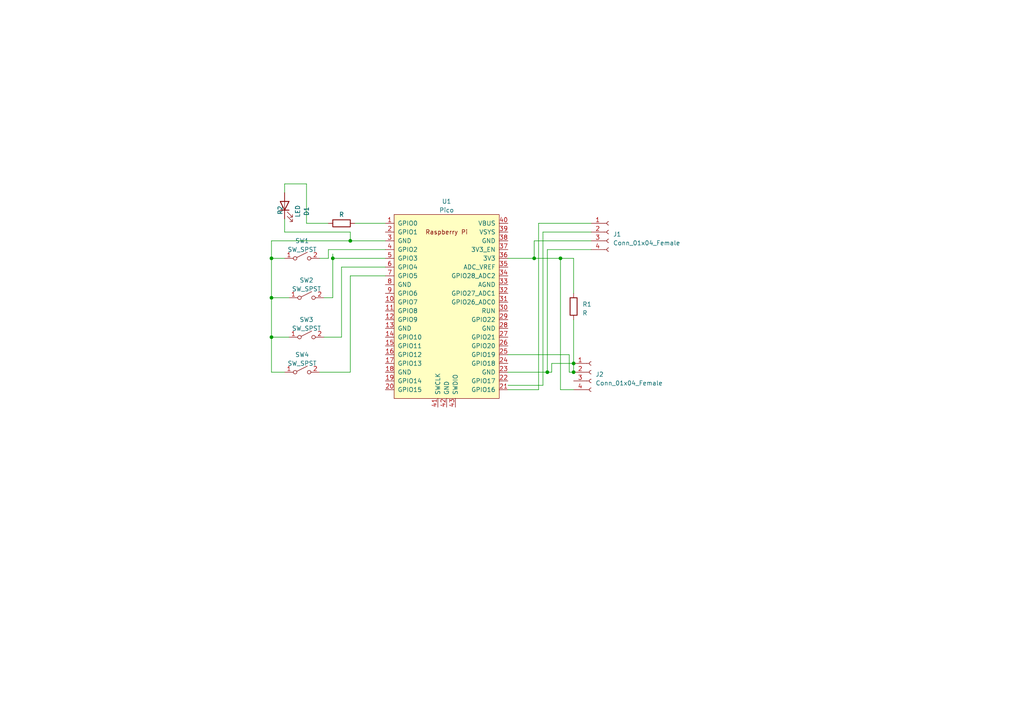
<source format=kicad_sch>
(kicad_sch (version 20220404) (generator eeschema)
  (paper "A4")
  (lib_symbols
    (symbol "Connector:Conn_01x04_Female" (pin_names (offset 1.016) hide)
      (property "Reference" "J" (at 0 5.08 0))
      (property "Value" "Conn_01x04_Female" (at 0 -7.62 0))
      (symbol "Conn_01x04_Female_1_1"
        (arc (start 0 -4.572) (mid -0.508 -5.08) (end 0 -5.588) (stroke (width 0.1524)))
        (arc (start 0 -2.032) (mid -0.508 -2.54) (end 0 -3.048) (stroke (width 0.1524)))
        (polyline (pts (xy -1.27 -5.08) (xy -0.508 -5.08)) (stroke (width 0.1524)))
        (polyline (pts (xy -1.27 -2.54) (xy -0.508 -2.54)) (stroke (width 0.1524)))
        (polyline (pts (xy -1.27 0) (xy -0.508 0)) (stroke (width 0.1524)))
        (polyline (pts (xy -1.27 2.54) (xy -0.508 2.54)) (stroke (width 0.1524)))
        (arc (start 0 0.508) (mid -0.508 0) (end 0 -0.508) (stroke (width 0.1524)))
        (arc (start 0 3.048) (mid -0.508 2.54) (end 0 2.032) (stroke (width 0.1524)))
        (pin passive line (at -5.08 2.54 0) (length 3.81) (name "Pin_1") (number "1"))
        (pin passive line (at -5.08 0 0) (length 3.81) (name "Pin_2") (number "2"))
        (pin passive line (at -5.08 -2.54 0) (length 3.81) (name "Pin_3") (number "3"))
        (pin passive line (at -5.08 -5.08 0) (length 3.81) (name "Pin_4") (number "4"))
      )
    )
    (symbol "Device:LED" (pin_numbers hide) (pin_names (offset 1.016) hide)
      (property "Reference" "D" (at 0 2.54 0))
      (property "Value" "LED" (at 0 -2.54 0))
      (symbol "LED_0_1"
        (polyline (pts (xy -1.27 -1.27) (xy -1.27 1.27)) (stroke (width 0.254)))
        (polyline (pts (xy -1.27 0) (xy 1.27 0)))
        (polyline (pts (xy 1.27 -1.27) (xy 1.27 1.27) (xy -1.27 0) (xy 1.27 -1.27)) (stroke (width 0.254)))
        (polyline (pts (xy -3.048 -0.762) (xy -4.572 -2.286) (xy -3.81 -2.286) (xy -4.572 -2.286) (xy -4.572 -1.524)))
        (polyline (pts (xy -1.778 -0.762) (xy -3.302 -2.286) (xy -2.54 -2.286) (xy -3.302 -2.286) (xy -3.302 -1.524)))
      )
      (symbol "LED_1_1"
        (pin passive line (at -3.81 0 0) (length 2.54) (name "K") (number "1"))
        (pin passive line (at 3.81 0 180) (length 2.54) (name "A") (number "2"))
      )
    )
    (symbol "Device:R" (pin_numbers hide) (pin_names (offset 0))
      (property "Reference" "R" (at 2.032 0 90))
      (property "Value" "R" (at 0 0 90))
      (symbol "R_0_1"
        (rectangle (start -1.016 -2.54) (end 1.016 2.54) (stroke (width 0.254)))
      )
      (symbol "R_1_1"
        (pin passive line (at 0 3.81 270) (length 1.27) (name "~") (number "1"))
        (pin passive line (at 0 -3.81 90) (length 1.27) (name "~") (number "2"))
      )
    )
    (symbol "Raspberr Pi Pico:Pico" (pin_names (offset 1.016))
      (property "Reference" "U" (at -13.97 27.94 0))
      (property "Value" "Pico" (at 0 19.05 0))
      (symbol "Pico_0_0"
        (text "Raspberry Pi" (at 0 21.59 0) (effects (font (size 1.27 1.27))))
      )
      (symbol "Pico_0_1"
        (rectangle (start -15.24 26.67) (end 15.24 -26.67) (fill (type background)))
      )
      (symbol "Pico_1_1"
        (pin bidirectional line (at -17.78 24.13 0) (length 2.54) (name "GPIO0") (number "1"))
        (pin bidirectional line (at -17.78 1.27 0) (length 2.54) (name "GPIO7") (number "10"))
        (pin bidirectional line (at -17.78 -1.27 0) (length 2.54) (name "GPIO8") (number "11"))
        (pin bidirectional line (at -17.78 -3.81 0) (length 2.54) (name "GPIO9") (number "12"))
        (pin power_in line (at -17.78 -6.35 0) (length 2.54) (name "GND") (number "13"))
        (pin bidirectional line (at -17.78 -8.89 0) (length 2.54) (name "GPIO10") (number "14"))
        (pin bidirectional line (at -17.78 -11.43 0) (length 2.54) (name "GPIO11") (number "15"))
        (pin bidirectional line (at -17.78 -13.97 0) (length 2.54) (name "GPIO12") (number "16"))
        (pin bidirectional line (at -17.78 -16.51 0) (length 2.54) (name "GPIO13") (number "17"))
        (pin power_in line (at -17.78 -19.05 0) (length 2.54) (name "GND") (number "18"))
        (pin bidirectional line (at -17.78 -21.59 0) (length 2.54) (name "GPIO14") (number "19"))
        (pin bidirectional line (at -17.78 21.59 0) (length 2.54) (name "GPIO1") (number "2"))
        (pin bidirectional line (at -17.78 -24.13 0) (length 2.54) (name "GPIO15") (number "20"))
        (pin bidirectional line (at 17.78 -24.13 180) (length 2.54) (name "GPIO16") (number "21"))
        (pin bidirectional line (at 17.78 -21.59 180) (length 2.54) (name "GPIO17") (number "22"))
        (pin power_in line (at 17.78 -19.05 180) (length 2.54) (name "GND") (number "23"))
        (pin bidirectional line (at 17.78 -16.51 180) (length 2.54) (name "GPIO18") (number "24"))
        (pin bidirectional line (at 17.78 -13.97 180) (length 2.54) (name "GPIO19") (number "25"))
        (pin bidirectional line (at 17.78 -11.43 180) (length 2.54) (name "GPIO20") (number "26"))
        (pin bidirectional line (at 17.78 -8.89 180) (length 2.54) (name "GPIO21") (number "27"))
        (pin power_in line (at 17.78 -6.35 180) (length 2.54) (name "GND") (number "28"))
        (pin bidirectional line (at 17.78 -3.81 180) (length 2.54) (name "GPIO22") (number "29"))
        (pin power_in line (at -17.78 19.05 0) (length 2.54) (name "GND") (number "3"))
        (pin input line (at 17.78 -1.27 180) (length 2.54) (name "RUN") (number "30"))
        (pin bidirectional line (at 17.78 1.27 180) (length 2.54) (name "GPIO26_ADC0") (number "31"))
        (pin bidirectional line (at 17.78 3.81 180) (length 2.54) (name "GPIO27_ADC1") (number "32"))
        (pin power_in line (at 17.78 6.35 180) (length 2.54) (name "AGND") (number "33"))
        (pin bidirectional line (at 17.78 8.89 180) (length 2.54) (name "GPIO28_ADC2") (number "34"))
        (pin unspecified line (at 17.78 11.43 180) (length 2.54) (name "ADC_VREF") (number "35"))
        (pin unspecified line (at 17.78 13.97 180) (length 2.54) (name "3V3") (number "36"))
        (pin input line (at 17.78 16.51 180) (length 2.54) (name "3V3_EN") (number "37"))
        (pin bidirectional line (at 17.78 19.05 180) (length 2.54) (name "GND") (number "38"))
        (pin unspecified line (at 17.78 21.59 180) (length 2.54) (name "VSYS") (number "39"))
        (pin bidirectional line (at -17.78 16.51 0) (length 2.54) (name "GPIO2") (number "4"))
        (pin unspecified line (at 17.78 24.13 180) (length 2.54) (name "VBUS") (number "40"))
        (pin input line (at -2.54 -29.21 90) (length 2.54) (name "SWCLK") (number "41"))
        (pin power_in line (at 0 -29.21 90) (length 2.54) (name "GND") (number "42"))
        (pin bidirectional line (at 2.54 -29.21 90) (length 2.54) (name "SWDIO") (number "43"))
        (pin bidirectional line (at -17.78 13.97 0) (length 2.54) (name "GPIO3") (number "5"))
        (pin bidirectional line (at -17.78 11.43 0) (length 2.54) (name "GPIO4") (number "6"))
        (pin bidirectional line (at -17.78 8.89 0) (length 2.54) (name "GPIO5") (number "7"))
        (pin power_in line (at -17.78 6.35 0) (length 2.54) (name "GND") (number "8"))
        (pin bidirectional line (at -17.78 3.81 0) (length 2.54) (name "GPIO6") (number "9"))
      )
    )
    (symbol "Switch:SW_SPST" (pin_names (offset 0) hide)
      (property "Reference" "SW" (at 0 3.175 0))
      (property "Value" "SW_SPST" (at 0 -2.54 0))
      (symbol "SW_SPST_0_0"
        (circle (center -2.032 0) (radius 0.508))
        (polyline (pts (xy -1.524 0.254) (xy 1.524 1.778)))
        (circle (center 2.032 0) (radius 0.508))
      )
      (symbol "SW_SPST_1_1"
        (pin passive line (at -5.08 0 0) (length 2.54) (name "A") (number "1"))
        (pin passive line (at 5.08 0 180) (length 2.54) (name "B") (number "2"))
      )
    )
  )
  (junction (at 162.56 74.93))
  (junction (at 96.52 74.93))
  (junction (at 166.37 105.41))
  (junction (at 78.74 97.79))
  (junction (at 158.75 107.95))
  (junction (at 78.74 86.36))
  (junction (at 154.94 74.93))
  (junction (at 78.74 74.93))
  (junction (at 166.37 107.95))
  (junction (at 101.6 69.85))
  (wire (pts (xy 88.9 64.77) (xy 88.9 53.34)))
  (wire (pts (xy 96.52 74.93) (xy 96.52 86.36)))
  (wire (pts (xy 147.32 107.95) (xy 158.75 107.95)))
  (wire (pts (xy 78.74 74.93) (xy 78.74 86.36)))
  (wire (pts (xy 95.25 72.39) (xy 111.76 72.39)))
  (wire (pts (xy 171.45 64.77) (xy 156.21 64.77)))
  (wire (pts (xy 95.25 74.93) (xy 95.25 72.39)))
  (wire (pts (xy 166.37 107.95) (xy 165.1 107.95)))
  (wire (pts (xy 158.75 72.39) (xy 158.75 107.95)))
  (wire (pts (xy 147.32 74.93) (xy 154.94 74.93)))
  (wire (pts (xy 88.9 53.34) (xy 82.55 53.34)))
  (wire (pts (xy 147.32 111.76) (xy 157.48 111.76)))
  (wire (pts (xy 165.1 102.87) (xy 147.32 102.87)))
  (wire (pts (xy 95.25 64.77) (xy 88.9 64.77)))
  (wire (pts (xy 166.37 92.71) (xy 166.37 105.41)))
  (wire (pts (xy 165.1 107.95) (xy 165.1 102.87)))
  (wire (pts (xy 82.55 63.5) (xy 82.55 67.31)))
  (wire (pts (xy 160.02 105.41) (xy 160.02 107.95)))
  (wire (pts (xy 99.06 97.79) (xy 99.06 77.47)))
  (wire (pts (xy 166.37 105.41) (xy 160.02 105.41)))
  (wire (pts (xy 156.21 113.03) (xy 147.32 113.03)))
  (wire (pts (xy 162.56 113.03) (xy 162.56 74.93)))
  (wire (pts (xy 156.21 64.77) (xy 156.21 113.03)))
  (wire (pts (xy 166.37 105.41) (xy 166.37 107.95)))
  (wire (pts (xy 166.37 85.09) (xy 166.37 74.93)))
  (wire (pts (xy 101.6 69.85) (xy 78.74 69.85)))
  (wire (pts (xy 78.74 97.79) (xy 83.82 97.79)))
  (wire (pts (xy 166.37 113.03) (xy 162.56 113.03)))
  (wire (pts (xy 102.87 64.77) (xy 111.76 64.77)))
  (wire (pts (xy 171.45 69.85) (xy 154.94 69.85)))
  (wire (pts (xy 92.71 107.95) (xy 101.6 107.95)))
  (wire (pts (xy 78.74 107.95) (xy 82.55 107.95)))
  (wire (pts (xy 101.6 107.95) (xy 101.6 80.01)))
  (wire (pts (xy 157.48 111.76) (xy 157.48 67.31)))
  (wire (pts (xy 93.98 97.79) (xy 99.06 97.79)))
  (wire (pts (xy 101.6 67.31) (xy 101.6 69.85)))
  (wire (pts (xy 154.94 69.85) (xy 154.94 74.93)))
  (wire (pts (xy 162.56 74.93) (xy 166.37 74.93)))
  (wire (pts (xy 96.52 74.93) (xy 111.76 74.93)))
  (wire (pts (xy 157.48 67.31) (xy 171.45 67.31)))
  (wire (pts (xy 78.74 97.79) (xy 78.74 107.95)))
  (wire (pts (xy 78.74 69.85) (xy 78.74 74.93)))
  (wire (pts (xy 101.6 80.01) (xy 111.76 80.01)))
  (wire (pts (xy 82.55 67.31) (xy 101.6 67.31)))
  (wire (pts (xy 111.76 69.85) (xy 101.6 69.85)))
  (wire (pts (xy 78.74 74.93) (xy 82.55 74.93)))
  (wire (pts (xy 96.52 73.66) (xy 96.52 74.93)))
  (wire (pts (xy 78.74 86.36) (xy 78.74 97.79)))
  (wire (pts (xy 154.94 74.93) (xy 162.56 74.93)))
  (wire (pts (xy 171.45 72.39) (xy 158.75 72.39)))
  (wire (pts (xy 158.75 107.95) (xy 160.02 107.95)))
  (wire (pts (xy 92.71 74.93) (xy 95.25 74.93)))
  (wire (pts (xy 93.98 86.36) (xy 96.52 86.36)))
  (wire (pts (xy 78.74 86.36) (xy 83.82 86.36)))
  (wire (pts (xy 82.55 53.34) (xy 82.55 55.88)))
  (wire (pts (xy 99.06 77.47) (xy 111.76 77.47)))
  (symbol (lib_id "Switch:SW_SPST") (at 87.63 74.93 0) (unit 1)
    (default_instance (reference "SW") (unit 1) (value "SW_SPST") (footprint ""))
    (property "Reference" "SW1" (at 87.63 69.85 0))
    (property "Value" "SW_SPST" (at 87.63 72.39 0))
    (property "Footprint" "Button_Switch_THT:KSA_Tactile_SPST" (effects hide))
  )
  (symbol (lib_id "Connector:Conn_01x04_Female") (at 171.45 107.95 0) (unit 1)
    (default_instance (reference "J") (unit 1) (value "Conn_01x04_Female") (footprint ""))
    (property "Reference" "J2" (at 172.72 108.585 0) (effects (justify left)))
    (property "Value" "Conn_01x04_Female" (at 172.72 111.125 0) (effects (justify left)))
    (property "Footprint" "Connector:FanPinHeader_1x04_P2.54mm_Vertical" (effects hide))
  )
  (symbol (lib_id "Raspberr Pi Pico:Pico") (at 129.54 88.9 0) (unit 1)
    (default_instance (reference "U") (unit 1) (value "Pico") (footprint "RPi_Pico:RPi_Pico_SMD_TH"))
    (property "Reference" "U1" (at 129.54 58.42 0))
    (property "Value" "Pico" (at 129.54 60.96 0))
    (property "Footprint" "Connector_Molex:Molex_Picoflex_90325-0004_2x02_P1.27mm_Vertical" (effects hide))
  )
  (symbol (lib_id "Device:R") (at 99.06 64.77 90) (unit 1)
    (default_instance (reference "R") (unit 1) (value "R") (footprint ""))
    (property "Reference" "R2" (at 81.28 60.96 0))
    (property "Value" "R" (at 99.06 62.23 90))
    (property "Footprint" "Resistor_THT:R_Array_SIP4" (effects hide))
  )
  (symbol (lib_id "Connector:Conn_01x04_Female") (at 176.53 67.31 0) (unit 1)
    (default_instance (reference "J") (unit 1) (value "Conn_01x04_Female") (footprint ""))
    (property "Reference" "J1" (at 177.8 67.945 0) (effects (justify left)))
    (property "Value" "Conn_01x04_Female" (at 177.8 70.485 0) (effects (justify left)))
    (property "Footprint" "Connector:FanPinHeader_1x04_P2.54mm_Vertical" (effects hide))
  )
  (symbol (lib_id "Device:R") (at 166.37 88.9 0) (unit 1)
    (default_instance (reference "R") (unit 1) (value "R") (footprint ""))
    (property "Reference" "R1" (at 168.91 88.265 0) (effects (justify left)))
    (property "Value" "R" (at 168.91 90.805 0) (effects (justify left)))
    (property "Footprint" "Resistor_THT:R_Array_SIP4" (effects hide))
  )
  (symbol (lib_id "Device:LED") (at 82.55 59.69 90) (unit 1)
    (default_instance (reference "D") (unit 1) (value "LED") (footprint ""))
    (property "Reference" "D1" (at 88.9 61.2775 0))
    (property "Value" "LED" (at 86.36 61.2775 0))
    (property "Footprint" "LED_THT:LED_D3.0mm" (effects hide))
  )
  (symbol (lib_id "Switch:SW_SPST") (at 88.9 86.36 0) (unit 1)
    (default_instance (reference "SW") (unit 1) (value "SW_SPST") (footprint ""))
    (property "Reference" "SW2" (at 88.9 81.28 0))
    (property "Value" "SW_SPST" (at 88.9 83.82 0))
    (property "Footprint" "Button_Switch_THT:KSA_Tactile_SPST" (effects hide))
  )
  (symbol (lib_id "Switch:SW_SPST") (at 87.63 107.95 0) (unit 1)
    (default_instance (reference "SW") (unit 1) (value "SW_SPST") (footprint ""))
    (property "Reference" "SW4" (at 87.63 102.87 0))
    (property "Value" "SW_SPST" (at 87.63 105.41 0))
    (property "Footprint" "Button_Switch_THT:KSA_Tactile_SPST" (effects hide))
  )
  (symbol (lib_id "Switch:SW_SPST") (at 88.9 97.79 0) (unit 1)
    (default_instance (reference "SW") (unit 1) (value "SW_SPST") (footprint ""))
    (property "Reference" "SW3" (at 88.9 92.71 0))
    (property "Value" "SW_SPST" (at 88.9 95.25 0))
    (property "Footprint" "Button_Switch_THT:KSA_Tactile_SPST" (effects hide))
  )
)
</source>
